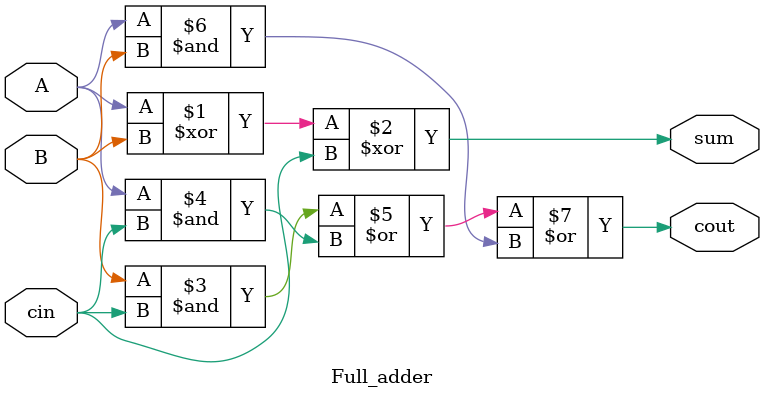
<source format=v>
`timescale 1ns / 1ps


module Full_adder(
        input A,B,cin,
        output sum,cout
    );
    
    assign sum = A ^ B ^ cin;
    assign cout = (B & cin) | (A & cin) | (A & B);
    
    
    
endmodule

</source>
